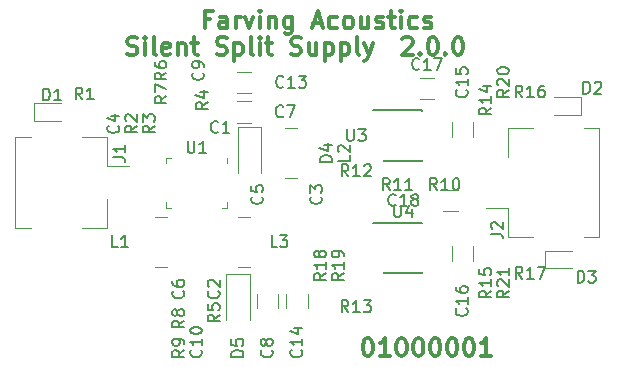
<source format=gbr>
G04 #@! TF.GenerationSoftware,KiCad,Pcbnew,(5.0.1)-rc2*
G04 #@! TF.CreationDate,2019-04-27T23:34:42+02:00*
G04 #@! TF.ProjectId,Noiseless Switching Supply,4E6F6973656C65737320537769746368,rev?*
G04 #@! TF.SameCoordinates,Original*
G04 #@! TF.FileFunction,Legend,Top*
G04 #@! TF.FilePolarity,Positive*
%FSLAX46Y46*%
G04 Gerber Fmt 4.6, Leading zero omitted, Abs format (unit mm)*
G04 Created by KiCad (PCBNEW (5.0.1)-rc2) date 27-04-2019 23:34:42*
%MOMM*%
%LPD*%
G01*
G04 APERTURE LIST*
%ADD10C,0.300000*%
%ADD11C,0.120000*%
%ADD12C,0.150000*%
G04 APERTURE END LIST*
D10*
X156928571Y-92821428D02*
X157000000Y-92750000D01*
X157142857Y-92678571D01*
X157500000Y-92678571D01*
X157642857Y-92750000D01*
X157714285Y-92821428D01*
X157785714Y-92964285D01*
X157785714Y-93107142D01*
X157714285Y-93321428D01*
X156857142Y-94178571D01*
X157785714Y-94178571D01*
X158428571Y-94035714D02*
X158500000Y-94107142D01*
X158428571Y-94178571D01*
X158357142Y-94107142D01*
X158428571Y-94035714D01*
X158428571Y-94178571D01*
X159428571Y-92678571D02*
X159571428Y-92678571D01*
X159714285Y-92750000D01*
X159785714Y-92821428D01*
X159857142Y-92964285D01*
X159928571Y-93250000D01*
X159928571Y-93607142D01*
X159857142Y-93892857D01*
X159785714Y-94035714D01*
X159714285Y-94107142D01*
X159571428Y-94178571D01*
X159428571Y-94178571D01*
X159285714Y-94107142D01*
X159214285Y-94035714D01*
X159142857Y-93892857D01*
X159071428Y-93607142D01*
X159071428Y-93250000D01*
X159142857Y-92964285D01*
X159214285Y-92821428D01*
X159285714Y-92750000D01*
X159428571Y-92678571D01*
X160571428Y-94035714D02*
X160642857Y-94107142D01*
X160571428Y-94178571D01*
X160500000Y-94107142D01*
X160571428Y-94035714D01*
X160571428Y-94178571D01*
X161571428Y-92678571D02*
X161714285Y-92678571D01*
X161857142Y-92750000D01*
X161928571Y-92821428D01*
X162000000Y-92964285D01*
X162071428Y-93250000D01*
X162071428Y-93607142D01*
X162000000Y-93892857D01*
X161928571Y-94035714D01*
X161857142Y-94107142D01*
X161714285Y-94178571D01*
X161571428Y-94178571D01*
X161428571Y-94107142D01*
X161357142Y-94035714D01*
X161285714Y-93892857D01*
X161214285Y-93607142D01*
X161214285Y-93250000D01*
X161285714Y-92964285D01*
X161357142Y-92821428D01*
X161428571Y-92750000D01*
X161571428Y-92678571D01*
X153928571Y-118178571D02*
X154071428Y-118178571D01*
X154214285Y-118250000D01*
X154285714Y-118321428D01*
X154357142Y-118464285D01*
X154428571Y-118750000D01*
X154428571Y-119107142D01*
X154357142Y-119392857D01*
X154285714Y-119535714D01*
X154214285Y-119607142D01*
X154071428Y-119678571D01*
X153928571Y-119678571D01*
X153785714Y-119607142D01*
X153714285Y-119535714D01*
X153642857Y-119392857D01*
X153571428Y-119107142D01*
X153571428Y-118750000D01*
X153642857Y-118464285D01*
X153714285Y-118321428D01*
X153785714Y-118250000D01*
X153928571Y-118178571D01*
X155857142Y-119678571D02*
X155000000Y-119678571D01*
X155428571Y-119678571D02*
X155428571Y-118178571D01*
X155285714Y-118392857D01*
X155142857Y-118535714D01*
X155000000Y-118607142D01*
X156785714Y-118178571D02*
X156928571Y-118178571D01*
X157071428Y-118250000D01*
X157142857Y-118321428D01*
X157214285Y-118464285D01*
X157285714Y-118750000D01*
X157285714Y-119107142D01*
X157214285Y-119392857D01*
X157142857Y-119535714D01*
X157071428Y-119607142D01*
X156928571Y-119678571D01*
X156785714Y-119678571D01*
X156642857Y-119607142D01*
X156571428Y-119535714D01*
X156500000Y-119392857D01*
X156428571Y-119107142D01*
X156428571Y-118750000D01*
X156500000Y-118464285D01*
X156571428Y-118321428D01*
X156642857Y-118250000D01*
X156785714Y-118178571D01*
X158214285Y-118178571D02*
X158357142Y-118178571D01*
X158500000Y-118250000D01*
X158571428Y-118321428D01*
X158642857Y-118464285D01*
X158714285Y-118750000D01*
X158714285Y-119107142D01*
X158642857Y-119392857D01*
X158571428Y-119535714D01*
X158500000Y-119607142D01*
X158357142Y-119678571D01*
X158214285Y-119678571D01*
X158071428Y-119607142D01*
X158000000Y-119535714D01*
X157928571Y-119392857D01*
X157857142Y-119107142D01*
X157857142Y-118750000D01*
X157928571Y-118464285D01*
X158000000Y-118321428D01*
X158071428Y-118250000D01*
X158214285Y-118178571D01*
X159642857Y-118178571D02*
X159785714Y-118178571D01*
X159928571Y-118250000D01*
X160000000Y-118321428D01*
X160071428Y-118464285D01*
X160142857Y-118750000D01*
X160142857Y-119107142D01*
X160071428Y-119392857D01*
X160000000Y-119535714D01*
X159928571Y-119607142D01*
X159785714Y-119678571D01*
X159642857Y-119678571D01*
X159500000Y-119607142D01*
X159428571Y-119535714D01*
X159357142Y-119392857D01*
X159285714Y-119107142D01*
X159285714Y-118750000D01*
X159357142Y-118464285D01*
X159428571Y-118321428D01*
X159500000Y-118250000D01*
X159642857Y-118178571D01*
X161071428Y-118178571D02*
X161214285Y-118178571D01*
X161357142Y-118250000D01*
X161428571Y-118321428D01*
X161500000Y-118464285D01*
X161571428Y-118750000D01*
X161571428Y-119107142D01*
X161500000Y-119392857D01*
X161428571Y-119535714D01*
X161357142Y-119607142D01*
X161214285Y-119678571D01*
X161071428Y-119678571D01*
X160928571Y-119607142D01*
X160857142Y-119535714D01*
X160785714Y-119392857D01*
X160714285Y-119107142D01*
X160714285Y-118750000D01*
X160785714Y-118464285D01*
X160857142Y-118321428D01*
X160928571Y-118250000D01*
X161071428Y-118178571D01*
X162500000Y-118178571D02*
X162642857Y-118178571D01*
X162785714Y-118250000D01*
X162857142Y-118321428D01*
X162928571Y-118464285D01*
X163000000Y-118750000D01*
X163000000Y-119107142D01*
X162928571Y-119392857D01*
X162857142Y-119535714D01*
X162785714Y-119607142D01*
X162642857Y-119678571D01*
X162500000Y-119678571D01*
X162357142Y-119607142D01*
X162285714Y-119535714D01*
X162214285Y-119392857D01*
X162142857Y-119107142D01*
X162142857Y-118750000D01*
X162214285Y-118464285D01*
X162285714Y-118321428D01*
X162357142Y-118250000D01*
X162500000Y-118178571D01*
X164428571Y-119678571D02*
X163571428Y-119678571D01*
X164000000Y-119678571D02*
X164000000Y-118178571D01*
X163857142Y-118392857D01*
X163714285Y-118535714D01*
X163571428Y-118607142D01*
X133642857Y-94107142D02*
X133857142Y-94178571D01*
X134214285Y-94178571D01*
X134357142Y-94107142D01*
X134428571Y-94035714D01*
X134500000Y-93892857D01*
X134500000Y-93750000D01*
X134428571Y-93607142D01*
X134357142Y-93535714D01*
X134214285Y-93464285D01*
X133928571Y-93392857D01*
X133785714Y-93321428D01*
X133714285Y-93250000D01*
X133642857Y-93107142D01*
X133642857Y-92964285D01*
X133714285Y-92821428D01*
X133785714Y-92750000D01*
X133928571Y-92678571D01*
X134285714Y-92678571D01*
X134500000Y-92750000D01*
X135142857Y-94178571D02*
X135142857Y-93178571D01*
X135142857Y-92678571D02*
X135071428Y-92750000D01*
X135142857Y-92821428D01*
X135214285Y-92750000D01*
X135142857Y-92678571D01*
X135142857Y-92821428D01*
X136071428Y-94178571D02*
X135928571Y-94107142D01*
X135857142Y-93964285D01*
X135857142Y-92678571D01*
X137214285Y-94107142D02*
X137071428Y-94178571D01*
X136785714Y-94178571D01*
X136642857Y-94107142D01*
X136571428Y-93964285D01*
X136571428Y-93392857D01*
X136642857Y-93250000D01*
X136785714Y-93178571D01*
X137071428Y-93178571D01*
X137214285Y-93250000D01*
X137285714Y-93392857D01*
X137285714Y-93535714D01*
X136571428Y-93678571D01*
X137928571Y-93178571D02*
X137928571Y-94178571D01*
X137928571Y-93321428D02*
X138000000Y-93250000D01*
X138142857Y-93178571D01*
X138357142Y-93178571D01*
X138500000Y-93250000D01*
X138571428Y-93392857D01*
X138571428Y-94178571D01*
X139071428Y-93178571D02*
X139642857Y-93178571D01*
X139285714Y-92678571D02*
X139285714Y-93964285D01*
X139357142Y-94107142D01*
X139500000Y-94178571D01*
X139642857Y-94178571D01*
X141214285Y-94107142D02*
X141428571Y-94178571D01*
X141785714Y-94178571D01*
X141928571Y-94107142D01*
X142000000Y-94035714D01*
X142071428Y-93892857D01*
X142071428Y-93750000D01*
X142000000Y-93607142D01*
X141928571Y-93535714D01*
X141785714Y-93464285D01*
X141500000Y-93392857D01*
X141357142Y-93321428D01*
X141285714Y-93250000D01*
X141214285Y-93107142D01*
X141214285Y-92964285D01*
X141285714Y-92821428D01*
X141357142Y-92750000D01*
X141500000Y-92678571D01*
X141857142Y-92678571D01*
X142071428Y-92750000D01*
X142714285Y-93178571D02*
X142714285Y-94678571D01*
X142714285Y-93250000D02*
X142857142Y-93178571D01*
X143142857Y-93178571D01*
X143285714Y-93250000D01*
X143357142Y-93321428D01*
X143428571Y-93464285D01*
X143428571Y-93892857D01*
X143357142Y-94035714D01*
X143285714Y-94107142D01*
X143142857Y-94178571D01*
X142857142Y-94178571D01*
X142714285Y-94107142D01*
X144285714Y-94178571D02*
X144142857Y-94107142D01*
X144071428Y-93964285D01*
X144071428Y-92678571D01*
X144857142Y-94178571D02*
X144857142Y-93178571D01*
X144857142Y-92678571D02*
X144785714Y-92750000D01*
X144857142Y-92821428D01*
X144928571Y-92750000D01*
X144857142Y-92678571D01*
X144857142Y-92821428D01*
X145357142Y-93178571D02*
X145928571Y-93178571D01*
X145571428Y-92678571D02*
X145571428Y-93964285D01*
X145642857Y-94107142D01*
X145785714Y-94178571D01*
X145928571Y-94178571D01*
X147500000Y-94107142D02*
X147714285Y-94178571D01*
X148071428Y-94178571D01*
X148214285Y-94107142D01*
X148285714Y-94035714D01*
X148357142Y-93892857D01*
X148357142Y-93750000D01*
X148285714Y-93607142D01*
X148214285Y-93535714D01*
X148071428Y-93464285D01*
X147785714Y-93392857D01*
X147642857Y-93321428D01*
X147571428Y-93250000D01*
X147500000Y-93107142D01*
X147500000Y-92964285D01*
X147571428Y-92821428D01*
X147642857Y-92750000D01*
X147785714Y-92678571D01*
X148142857Y-92678571D01*
X148357142Y-92750000D01*
X149642857Y-93178571D02*
X149642857Y-94178571D01*
X149000000Y-93178571D02*
X149000000Y-93964285D01*
X149071428Y-94107142D01*
X149214285Y-94178571D01*
X149428571Y-94178571D01*
X149571428Y-94107142D01*
X149642857Y-94035714D01*
X150357142Y-93178571D02*
X150357142Y-94678571D01*
X150357142Y-93250000D02*
X150500000Y-93178571D01*
X150785714Y-93178571D01*
X150928571Y-93250000D01*
X151000000Y-93321428D01*
X151071428Y-93464285D01*
X151071428Y-93892857D01*
X151000000Y-94035714D01*
X150928571Y-94107142D01*
X150785714Y-94178571D01*
X150500000Y-94178571D01*
X150357142Y-94107142D01*
X151714285Y-93178571D02*
X151714285Y-94678571D01*
X151714285Y-93250000D02*
X151857142Y-93178571D01*
X152142857Y-93178571D01*
X152285714Y-93250000D01*
X152357142Y-93321428D01*
X152428571Y-93464285D01*
X152428571Y-93892857D01*
X152357142Y-94035714D01*
X152285714Y-94107142D01*
X152142857Y-94178571D01*
X151857142Y-94178571D01*
X151714285Y-94107142D01*
X153285714Y-94178571D02*
X153142857Y-94107142D01*
X153071428Y-93964285D01*
X153071428Y-92678571D01*
X153714285Y-93178571D02*
X154071428Y-94178571D01*
X154428571Y-93178571D02*
X154071428Y-94178571D01*
X153928571Y-94535714D01*
X153857142Y-94607142D01*
X153714285Y-94678571D01*
X140678571Y-91142857D02*
X140178571Y-91142857D01*
X140178571Y-91928571D02*
X140178571Y-90428571D01*
X140892857Y-90428571D01*
X142107142Y-91928571D02*
X142107142Y-91142857D01*
X142035714Y-91000000D01*
X141892857Y-90928571D01*
X141607142Y-90928571D01*
X141464285Y-91000000D01*
X142107142Y-91857142D02*
X141964285Y-91928571D01*
X141607142Y-91928571D01*
X141464285Y-91857142D01*
X141392857Y-91714285D01*
X141392857Y-91571428D01*
X141464285Y-91428571D01*
X141607142Y-91357142D01*
X141964285Y-91357142D01*
X142107142Y-91285714D01*
X142821428Y-91928571D02*
X142821428Y-90928571D01*
X142821428Y-91214285D02*
X142892857Y-91071428D01*
X142964285Y-91000000D01*
X143107142Y-90928571D01*
X143250000Y-90928571D01*
X143607142Y-90928571D02*
X143964285Y-91928571D01*
X144321428Y-90928571D01*
X144892857Y-91928571D02*
X144892857Y-90928571D01*
X144892857Y-90428571D02*
X144821428Y-90500000D01*
X144892857Y-90571428D01*
X144964285Y-90500000D01*
X144892857Y-90428571D01*
X144892857Y-90571428D01*
X145607142Y-90928571D02*
X145607142Y-91928571D01*
X145607142Y-91071428D02*
X145678571Y-91000000D01*
X145821428Y-90928571D01*
X146035714Y-90928571D01*
X146178571Y-91000000D01*
X146250000Y-91142857D01*
X146250000Y-91928571D01*
X147607142Y-90928571D02*
X147607142Y-92142857D01*
X147535714Y-92285714D01*
X147464285Y-92357142D01*
X147321428Y-92428571D01*
X147107142Y-92428571D01*
X146964285Y-92357142D01*
X147607142Y-91857142D02*
X147464285Y-91928571D01*
X147178571Y-91928571D01*
X147035714Y-91857142D01*
X146964285Y-91785714D01*
X146892857Y-91642857D01*
X146892857Y-91214285D01*
X146964285Y-91071428D01*
X147035714Y-91000000D01*
X147178571Y-90928571D01*
X147464285Y-90928571D01*
X147607142Y-91000000D01*
X149392857Y-91500000D02*
X150107142Y-91500000D01*
X149250000Y-91928571D02*
X149750000Y-90428571D01*
X150250000Y-91928571D01*
X151392857Y-91857142D02*
X151250000Y-91928571D01*
X150964285Y-91928571D01*
X150821428Y-91857142D01*
X150750000Y-91785714D01*
X150678571Y-91642857D01*
X150678571Y-91214285D01*
X150750000Y-91071428D01*
X150821428Y-91000000D01*
X150964285Y-90928571D01*
X151250000Y-90928571D01*
X151392857Y-91000000D01*
X152250000Y-91928571D02*
X152107142Y-91857142D01*
X152035714Y-91785714D01*
X151964285Y-91642857D01*
X151964285Y-91214285D01*
X152035714Y-91071428D01*
X152107142Y-91000000D01*
X152250000Y-90928571D01*
X152464285Y-90928571D01*
X152607142Y-91000000D01*
X152678571Y-91071428D01*
X152750000Y-91214285D01*
X152750000Y-91642857D01*
X152678571Y-91785714D01*
X152607142Y-91857142D01*
X152464285Y-91928571D01*
X152250000Y-91928571D01*
X154035714Y-90928571D02*
X154035714Y-91928571D01*
X153392857Y-90928571D02*
X153392857Y-91714285D01*
X153464285Y-91857142D01*
X153607142Y-91928571D01*
X153821428Y-91928571D01*
X153964285Y-91857142D01*
X154035714Y-91785714D01*
X154678571Y-91857142D02*
X154821428Y-91928571D01*
X155107142Y-91928571D01*
X155250000Y-91857142D01*
X155321428Y-91714285D01*
X155321428Y-91642857D01*
X155250000Y-91500000D01*
X155107142Y-91428571D01*
X154892857Y-91428571D01*
X154750000Y-91357142D01*
X154678571Y-91214285D01*
X154678571Y-91142857D01*
X154750000Y-91000000D01*
X154892857Y-90928571D01*
X155107142Y-90928571D01*
X155250000Y-91000000D01*
X155750000Y-90928571D02*
X156321428Y-90928571D01*
X155964285Y-90428571D02*
X155964285Y-91714285D01*
X156035714Y-91857142D01*
X156178571Y-91928571D01*
X156321428Y-91928571D01*
X156821428Y-91928571D02*
X156821428Y-90928571D01*
X156821428Y-90428571D02*
X156750000Y-90500000D01*
X156821428Y-90571428D01*
X156892857Y-90500000D01*
X156821428Y-90428571D01*
X156821428Y-90571428D01*
X158178571Y-91857142D02*
X158035714Y-91928571D01*
X157750000Y-91928571D01*
X157607142Y-91857142D01*
X157535714Y-91785714D01*
X157464285Y-91642857D01*
X157464285Y-91214285D01*
X157535714Y-91071428D01*
X157607142Y-91000000D01*
X157750000Y-90928571D01*
X158035714Y-90928571D01*
X158178571Y-91000000D01*
X158750000Y-91857142D02*
X158892857Y-91928571D01*
X159178571Y-91928571D01*
X159321428Y-91857142D01*
X159392857Y-91714285D01*
X159392857Y-91642857D01*
X159321428Y-91500000D01*
X159178571Y-91428571D01*
X158964285Y-91428571D01*
X158821428Y-91357142D01*
X158750000Y-91214285D01*
X158750000Y-91142857D01*
X158821428Y-91000000D01*
X158964285Y-90928571D01*
X159178571Y-90928571D01*
X159321428Y-91000000D01*
D11*
G04 #@! TO.C,D4*
X145000000Y-100250000D02*
X143000000Y-100250000D01*
X143000000Y-100250000D02*
X143000000Y-104150000D01*
X145000000Y-100250000D02*
X145000000Y-104150000D01*
G04 #@! TO.C,L3*
X143005000Y-112100000D02*
X143995000Y-112100000D01*
X143005000Y-107900000D02*
X143995000Y-107900000D01*
G04 #@! TO.C,D5*
X144000000Y-112750000D02*
X144000000Y-116650000D01*
X142000000Y-112750000D02*
X142000000Y-116650000D01*
X144000000Y-112750000D02*
X142000000Y-112750000D01*
G04 #@! TO.C,J1*
X129785000Y-101140000D02*
X131885000Y-101140000D01*
X131885000Y-101140000D02*
X131885000Y-103590000D01*
X131885000Y-103590000D02*
X133775000Y-103590000D01*
X129785000Y-108860000D02*
X131885000Y-108860000D01*
X131885000Y-108860000D02*
X131885000Y-106410000D01*
X125465000Y-101140000D02*
X124165000Y-101140000D01*
X124165000Y-101140000D02*
X124165000Y-108860000D01*
X124165000Y-108860000D02*
X125465000Y-108860000D01*
G04 #@! TO.C,D1*
X125765000Y-99735000D02*
X128050000Y-99735000D01*
X125765000Y-98265000D02*
X125765000Y-99735000D01*
X128050000Y-98265000D02*
X125765000Y-98265000D01*
G04 #@! TO.C,D2*
X169737500Y-99235000D02*
X172022500Y-99235000D01*
X172022500Y-99235000D02*
X172022500Y-97765000D01*
X172022500Y-97765000D02*
X169737500Y-97765000D01*
G04 #@! TO.C,D3*
X171300000Y-110765000D02*
X169015000Y-110765000D01*
X169015000Y-110765000D02*
X169015000Y-112235000D01*
X169015000Y-112235000D02*
X171300000Y-112235000D01*
G04 #@! TO.C,J2*
X173585000Y-100390000D02*
X172285000Y-100390000D01*
X173585000Y-109610000D02*
X173585000Y-100390000D01*
X172285000Y-109610000D02*
X173585000Y-109610000D01*
X165865000Y-100390000D02*
X165865000Y-102840000D01*
X167965000Y-100390000D02*
X165865000Y-100390000D01*
X165865000Y-107160000D02*
X163975000Y-107160000D01*
X165865000Y-109610000D02*
X165865000Y-107160000D01*
X167965000Y-109610000D02*
X165865000Y-109610000D01*
D12*
G04 #@! TO.C,U3*
X155375000Y-98875000D02*
X154450000Y-98875000D01*
X155375000Y-103125000D02*
X158625000Y-103125000D01*
X155375000Y-98875000D02*
X158625000Y-98875000D01*
X155375000Y-103125000D02*
X155375000Y-103060000D01*
X158625000Y-103125000D02*
X158625000Y-103060000D01*
X158625000Y-98875000D02*
X158625000Y-98940000D01*
G04 #@! TO.C,U4*
X158625000Y-108375000D02*
X158625000Y-108440000D01*
X158625000Y-112625000D02*
X158625000Y-112560000D01*
X155375000Y-112625000D02*
X155375000Y-112560000D01*
X155375000Y-108375000D02*
X158625000Y-108375000D01*
X155375000Y-112625000D02*
X158625000Y-112625000D01*
X155375000Y-108375000D02*
X154450000Y-108375000D01*
D11*
G04 #@! TO.C,L2*
X147995000Y-104600000D02*
X147005000Y-104600000D01*
X147995000Y-100400000D02*
X147005000Y-100400000D01*
G04 #@! TO.C,U1*
X142110000Y-106635000D02*
X142110000Y-107110000D01*
X142110000Y-107110000D02*
X141635000Y-107110000D01*
X136890000Y-103365000D02*
X136890000Y-102890000D01*
X136890000Y-102890000D02*
X137365000Y-102890000D01*
X136890000Y-106635000D02*
X136890000Y-107110000D01*
X136890000Y-107110000D02*
X137365000Y-107110000D01*
X142110000Y-103365000D02*
X142110000Y-102890000D01*
G04 #@! TO.C,L1*
X136005000Y-107900000D02*
X136995000Y-107900000D01*
X136005000Y-112100000D02*
X136995000Y-112100000D01*
G04 #@! TO.C,C7*
X144102064Y-98090000D02*
X142897936Y-98090000D01*
X144102064Y-99910000D02*
X142897936Y-99910000D01*
G04 #@! TO.C,C8*
X146410000Y-114397936D02*
X146410000Y-115602064D01*
X144590000Y-114397936D02*
X144590000Y-115602064D01*
G04 #@! TO.C,C13*
X144102064Y-97410000D02*
X142897936Y-97410000D01*
X144102064Y-95590000D02*
X142897936Y-95590000D01*
G04 #@! TO.C,C14*
X147090000Y-114397936D02*
X147090000Y-115602064D01*
X148910000Y-114397936D02*
X148910000Y-115602064D01*
G04 #@! TO.C,C15*
X162910000Y-101102064D02*
X162910000Y-99897936D01*
X161090000Y-101102064D02*
X161090000Y-99897936D01*
G04 #@! TO.C,C16*
X162910000Y-110397936D02*
X162910000Y-111602064D01*
X161090000Y-110397936D02*
X161090000Y-111602064D01*
G04 #@! TO.C,C17*
X159602064Y-97910000D02*
X158397936Y-97910000D01*
X159602064Y-96090000D02*
X158397936Y-96090000D01*
G04 #@! TO.C,C18*
X161602064Y-105590000D02*
X160397936Y-105590000D01*
X161602064Y-107410000D02*
X160397936Y-107410000D01*
G04 #@! TO.C,D4*
D12*
X150952380Y-103238095D02*
X149952380Y-103238095D01*
X149952380Y-103000000D01*
X150000000Y-102857142D01*
X150095238Y-102761904D01*
X150190476Y-102714285D01*
X150380952Y-102666666D01*
X150523809Y-102666666D01*
X150714285Y-102714285D01*
X150809523Y-102761904D01*
X150904761Y-102857142D01*
X150952380Y-103000000D01*
X150952380Y-103238095D01*
X150285714Y-101809523D02*
X150952380Y-101809523D01*
X149904761Y-102047619D02*
X150619047Y-102285714D01*
X150619047Y-101666666D01*
G04 #@! TO.C,L3*
X146333333Y-110452380D02*
X145857142Y-110452380D01*
X145857142Y-109452380D01*
X146571428Y-109452380D02*
X147190476Y-109452380D01*
X146857142Y-109833333D01*
X147000000Y-109833333D01*
X147095238Y-109880952D01*
X147142857Y-109928571D01*
X147190476Y-110023809D01*
X147190476Y-110261904D01*
X147142857Y-110357142D01*
X147095238Y-110404761D01*
X147000000Y-110452380D01*
X146714285Y-110452380D01*
X146619047Y-110404761D01*
X146571428Y-110357142D01*
G04 #@! TO.C,D5*
X143452380Y-119738095D02*
X142452380Y-119738095D01*
X142452380Y-119500000D01*
X142500000Y-119357142D01*
X142595238Y-119261904D01*
X142690476Y-119214285D01*
X142880952Y-119166666D01*
X143023809Y-119166666D01*
X143214285Y-119214285D01*
X143309523Y-119261904D01*
X143404761Y-119357142D01*
X143452380Y-119500000D01*
X143452380Y-119738095D01*
X142452380Y-118261904D02*
X142452380Y-118738095D01*
X142928571Y-118785714D01*
X142880952Y-118738095D01*
X142833333Y-118642857D01*
X142833333Y-118404761D01*
X142880952Y-118309523D01*
X142928571Y-118261904D01*
X143023809Y-118214285D01*
X143261904Y-118214285D01*
X143357142Y-118261904D01*
X143404761Y-118309523D01*
X143452380Y-118404761D01*
X143452380Y-118642857D01*
X143404761Y-118738095D01*
X143357142Y-118785714D01*
G04 #@! TO.C,J1*
X132452380Y-102833333D02*
X133166666Y-102833333D01*
X133309523Y-102880952D01*
X133404761Y-102976190D01*
X133452380Y-103119047D01*
X133452380Y-103214285D01*
X133452380Y-101833333D02*
X133452380Y-102404761D01*
X133452380Y-102119047D02*
X132452380Y-102119047D01*
X132595238Y-102214285D01*
X132690476Y-102309523D01*
X132738095Y-102404761D01*
G04 #@! TO.C,D1*
X126511904Y-98022380D02*
X126511904Y-97022380D01*
X126750000Y-97022380D01*
X126892857Y-97070000D01*
X126988095Y-97165238D01*
X127035714Y-97260476D01*
X127083333Y-97450952D01*
X127083333Y-97593809D01*
X127035714Y-97784285D01*
X126988095Y-97879523D01*
X126892857Y-97974761D01*
X126750000Y-98022380D01*
X126511904Y-98022380D01*
X128035714Y-98022380D02*
X127464285Y-98022380D01*
X127750000Y-98022380D02*
X127750000Y-97022380D01*
X127654761Y-97165238D01*
X127559523Y-97260476D01*
X127464285Y-97308095D01*
G04 #@! TO.C,D2*
X172261904Y-97452380D02*
X172261904Y-96452380D01*
X172500000Y-96452380D01*
X172642857Y-96500000D01*
X172738095Y-96595238D01*
X172785714Y-96690476D01*
X172833333Y-96880952D01*
X172833333Y-97023809D01*
X172785714Y-97214285D01*
X172738095Y-97309523D01*
X172642857Y-97404761D01*
X172500000Y-97452380D01*
X172261904Y-97452380D01*
X173214285Y-96547619D02*
X173261904Y-96500000D01*
X173357142Y-96452380D01*
X173595238Y-96452380D01*
X173690476Y-96500000D01*
X173738095Y-96547619D01*
X173785714Y-96642857D01*
X173785714Y-96738095D01*
X173738095Y-96880952D01*
X173166666Y-97452380D01*
X173785714Y-97452380D01*
G04 #@! TO.C,D3*
X171761904Y-113452380D02*
X171761904Y-112452380D01*
X172000000Y-112452380D01*
X172142857Y-112500000D01*
X172238095Y-112595238D01*
X172285714Y-112690476D01*
X172333333Y-112880952D01*
X172333333Y-113023809D01*
X172285714Y-113214285D01*
X172238095Y-113309523D01*
X172142857Y-113404761D01*
X172000000Y-113452380D01*
X171761904Y-113452380D01*
X172666666Y-112452380D02*
X173285714Y-112452380D01*
X172952380Y-112833333D01*
X173095238Y-112833333D01*
X173190476Y-112880952D01*
X173238095Y-112928571D01*
X173285714Y-113023809D01*
X173285714Y-113261904D01*
X173238095Y-113357142D01*
X173190476Y-113404761D01*
X173095238Y-113452380D01*
X172809523Y-113452380D01*
X172714285Y-113404761D01*
X172666666Y-113357142D01*
G04 #@! TO.C,J2*
X164452380Y-109333333D02*
X165166666Y-109333333D01*
X165309523Y-109380952D01*
X165404761Y-109476190D01*
X165452380Y-109619047D01*
X165452380Y-109714285D01*
X164547619Y-108904761D02*
X164500000Y-108857142D01*
X164452380Y-108761904D01*
X164452380Y-108523809D01*
X164500000Y-108428571D01*
X164547619Y-108380952D01*
X164642857Y-108333333D01*
X164738095Y-108333333D01*
X164880952Y-108380952D01*
X165452380Y-108952380D01*
X165452380Y-108333333D01*
G04 #@! TO.C,R1*
X129833333Y-97952380D02*
X129500000Y-97476190D01*
X129261904Y-97952380D02*
X129261904Y-96952380D01*
X129642857Y-96952380D01*
X129738095Y-97000000D01*
X129785714Y-97047619D01*
X129833333Y-97142857D01*
X129833333Y-97285714D01*
X129785714Y-97380952D01*
X129738095Y-97428571D01*
X129642857Y-97476190D01*
X129261904Y-97476190D01*
X130785714Y-97952380D02*
X130214285Y-97952380D01*
X130500000Y-97952380D02*
X130500000Y-96952380D01*
X130404761Y-97095238D01*
X130309523Y-97190476D01*
X130214285Y-97238095D01*
G04 #@! TO.C,R2*
X134452380Y-100166666D02*
X133976190Y-100500000D01*
X134452380Y-100738095D02*
X133452380Y-100738095D01*
X133452380Y-100357142D01*
X133500000Y-100261904D01*
X133547619Y-100214285D01*
X133642857Y-100166666D01*
X133785714Y-100166666D01*
X133880952Y-100214285D01*
X133928571Y-100261904D01*
X133976190Y-100357142D01*
X133976190Y-100738095D01*
X133547619Y-99785714D02*
X133500000Y-99738095D01*
X133452380Y-99642857D01*
X133452380Y-99404761D01*
X133500000Y-99309523D01*
X133547619Y-99261904D01*
X133642857Y-99214285D01*
X133738095Y-99214285D01*
X133880952Y-99261904D01*
X134452380Y-99833333D01*
X134452380Y-99214285D01*
G04 #@! TO.C,R3*
X135952380Y-100166666D02*
X135476190Y-100500000D01*
X135952380Y-100738095D02*
X134952380Y-100738095D01*
X134952380Y-100357142D01*
X135000000Y-100261904D01*
X135047619Y-100214285D01*
X135142857Y-100166666D01*
X135285714Y-100166666D01*
X135380952Y-100214285D01*
X135428571Y-100261904D01*
X135476190Y-100357142D01*
X135476190Y-100738095D01*
X134952380Y-99833333D02*
X134952380Y-99214285D01*
X135333333Y-99547619D01*
X135333333Y-99404761D01*
X135380952Y-99309523D01*
X135428571Y-99261904D01*
X135523809Y-99214285D01*
X135761904Y-99214285D01*
X135857142Y-99261904D01*
X135904761Y-99309523D01*
X135952380Y-99404761D01*
X135952380Y-99690476D01*
X135904761Y-99785714D01*
X135857142Y-99833333D01*
G04 #@! TO.C,R4*
X140452380Y-98166666D02*
X139976190Y-98500000D01*
X140452380Y-98738095D02*
X139452380Y-98738095D01*
X139452380Y-98357142D01*
X139500000Y-98261904D01*
X139547619Y-98214285D01*
X139642857Y-98166666D01*
X139785714Y-98166666D01*
X139880952Y-98214285D01*
X139928571Y-98261904D01*
X139976190Y-98357142D01*
X139976190Y-98738095D01*
X139785714Y-97309523D02*
X140452380Y-97309523D01*
X139404761Y-97547619D02*
X140119047Y-97785714D01*
X140119047Y-97166666D01*
G04 #@! TO.C,R5*
X141452380Y-116166666D02*
X140976190Y-116500000D01*
X141452380Y-116738095D02*
X140452380Y-116738095D01*
X140452380Y-116357142D01*
X140500000Y-116261904D01*
X140547619Y-116214285D01*
X140642857Y-116166666D01*
X140785714Y-116166666D01*
X140880952Y-116214285D01*
X140928571Y-116261904D01*
X140976190Y-116357142D01*
X140976190Y-116738095D01*
X140452380Y-115261904D02*
X140452380Y-115738095D01*
X140928571Y-115785714D01*
X140880952Y-115738095D01*
X140833333Y-115642857D01*
X140833333Y-115404761D01*
X140880952Y-115309523D01*
X140928571Y-115261904D01*
X141023809Y-115214285D01*
X141261904Y-115214285D01*
X141357142Y-115261904D01*
X141404761Y-115309523D01*
X141452380Y-115404761D01*
X141452380Y-115642857D01*
X141404761Y-115738095D01*
X141357142Y-115785714D01*
G04 #@! TO.C,R6*
X136952380Y-95666666D02*
X136476190Y-96000000D01*
X136952380Y-96238095D02*
X135952380Y-96238095D01*
X135952380Y-95857142D01*
X136000000Y-95761904D01*
X136047619Y-95714285D01*
X136142857Y-95666666D01*
X136285714Y-95666666D01*
X136380952Y-95714285D01*
X136428571Y-95761904D01*
X136476190Y-95857142D01*
X136476190Y-96238095D01*
X135952380Y-94809523D02*
X135952380Y-95000000D01*
X136000000Y-95095238D01*
X136047619Y-95142857D01*
X136190476Y-95238095D01*
X136380952Y-95285714D01*
X136761904Y-95285714D01*
X136857142Y-95238095D01*
X136904761Y-95190476D01*
X136952380Y-95095238D01*
X136952380Y-94904761D01*
X136904761Y-94809523D01*
X136857142Y-94761904D01*
X136761904Y-94714285D01*
X136523809Y-94714285D01*
X136428571Y-94761904D01*
X136380952Y-94809523D01*
X136333333Y-94904761D01*
X136333333Y-95095238D01*
X136380952Y-95190476D01*
X136428571Y-95238095D01*
X136523809Y-95285714D01*
G04 #@! TO.C,R7*
X136952380Y-97666666D02*
X136476190Y-98000000D01*
X136952380Y-98238095D02*
X135952380Y-98238095D01*
X135952380Y-97857142D01*
X136000000Y-97761904D01*
X136047619Y-97714285D01*
X136142857Y-97666666D01*
X136285714Y-97666666D01*
X136380952Y-97714285D01*
X136428571Y-97761904D01*
X136476190Y-97857142D01*
X136476190Y-98238095D01*
X135952380Y-97333333D02*
X135952380Y-96666666D01*
X136952380Y-97095238D01*
G04 #@! TO.C,R8*
X138452380Y-116666666D02*
X137976190Y-117000000D01*
X138452380Y-117238095D02*
X137452380Y-117238095D01*
X137452380Y-116857142D01*
X137500000Y-116761904D01*
X137547619Y-116714285D01*
X137642857Y-116666666D01*
X137785714Y-116666666D01*
X137880952Y-116714285D01*
X137928571Y-116761904D01*
X137976190Y-116857142D01*
X137976190Y-117238095D01*
X137880952Y-116095238D02*
X137833333Y-116190476D01*
X137785714Y-116238095D01*
X137690476Y-116285714D01*
X137642857Y-116285714D01*
X137547619Y-116238095D01*
X137500000Y-116190476D01*
X137452380Y-116095238D01*
X137452380Y-115904761D01*
X137500000Y-115809523D01*
X137547619Y-115761904D01*
X137642857Y-115714285D01*
X137690476Y-115714285D01*
X137785714Y-115761904D01*
X137833333Y-115809523D01*
X137880952Y-115904761D01*
X137880952Y-116095238D01*
X137928571Y-116190476D01*
X137976190Y-116238095D01*
X138071428Y-116285714D01*
X138261904Y-116285714D01*
X138357142Y-116238095D01*
X138404761Y-116190476D01*
X138452380Y-116095238D01*
X138452380Y-115904761D01*
X138404761Y-115809523D01*
X138357142Y-115761904D01*
X138261904Y-115714285D01*
X138071428Y-115714285D01*
X137976190Y-115761904D01*
X137928571Y-115809523D01*
X137880952Y-115904761D01*
G04 #@! TO.C,R9*
X138452380Y-119166666D02*
X137976190Y-119500000D01*
X138452380Y-119738095D02*
X137452380Y-119738095D01*
X137452380Y-119357142D01*
X137500000Y-119261904D01*
X137547619Y-119214285D01*
X137642857Y-119166666D01*
X137785714Y-119166666D01*
X137880952Y-119214285D01*
X137928571Y-119261904D01*
X137976190Y-119357142D01*
X137976190Y-119738095D01*
X138452380Y-118690476D02*
X138452380Y-118500000D01*
X138404761Y-118404761D01*
X138357142Y-118357142D01*
X138214285Y-118261904D01*
X138023809Y-118214285D01*
X137642857Y-118214285D01*
X137547619Y-118261904D01*
X137500000Y-118309523D01*
X137452380Y-118404761D01*
X137452380Y-118595238D01*
X137500000Y-118690476D01*
X137547619Y-118738095D01*
X137642857Y-118785714D01*
X137880952Y-118785714D01*
X137976190Y-118738095D01*
X138023809Y-118690476D01*
X138071428Y-118595238D01*
X138071428Y-118404761D01*
X138023809Y-118309523D01*
X137976190Y-118261904D01*
X137880952Y-118214285D01*
G04 #@! TO.C,R12*
X152357142Y-104452380D02*
X152023809Y-103976190D01*
X151785714Y-104452380D02*
X151785714Y-103452380D01*
X152166666Y-103452380D01*
X152261904Y-103500000D01*
X152309523Y-103547619D01*
X152357142Y-103642857D01*
X152357142Y-103785714D01*
X152309523Y-103880952D01*
X152261904Y-103928571D01*
X152166666Y-103976190D01*
X151785714Y-103976190D01*
X153309523Y-104452380D02*
X152738095Y-104452380D01*
X153023809Y-104452380D02*
X153023809Y-103452380D01*
X152928571Y-103595238D01*
X152833333Y-103690476D01*
X152738095Y-103738095D01*
X153690476Y-103547619D02*
X153738095Y-103500000D01*
X153833333Y-103452380D01*
X154071428Y-103452380D01*
X154166666Y-103500000D01*
X154214285Y-103547619D01*
X154261904Y-103642857D01*
X154261904Y-103738095D01*
X154214285Y-103880952D01*
X153642857Y-104452380D01*
X154261904Y-104452380D01*
G04 #@! TO.C,R13*
X152357142Y-115952380D02*
X152023809Y-115476190D01*
X151785714Y-115952380D02*
X151785714Y-114952380D01*
X152166666Y-114952380D01*
X152261904Y-115000000D01*
X152309523Y-115047619D01*
X152357142Y-115142857D01*
X152357142Y-115285714D01*
X152309523Y-115380952D01*
X152261904Y-115428571D01*
X152166666Y-115476190D01*
X151785714Y-115476190D01*
X153309523Y-115952380D02*
X152738095Y-115952380D01*
X153023809Y-115952380D02*
X153023809Y-114952380D01*
X152928571Y-115095238D01*
X152833333Y-115190476D01*
X152738095Y-115238095D01*
X153642857Y-114952380D02*
X154261904Y-114952380D01*
X153928571Y-115333333D01*
X154071428Y-115333333D01*
X154166666Y-115380952D01*
X154214285Y-115428571D01*
X154261904Y-115523809D01*
X154261904Y-115761904D01*
X154214285Y-115857142D01*
X154166666Y-115904761D01*
X154071428Y-115952380D01*
X153785714Y-115952380D01*
X153690476Y-115904761D01*
X153642857Y-115857142D01*
G04 #@! TO.C,R14*
X164452380Y-98642857D02*
X163976190Y-98976190D01*
X164452380Y-99214285D02*
X163452380Y-99214285D01*
X163452380Y-98833333D01*
X163500000Y-98738095D01*
X163547619Y-98690476D01*
X163642857Y-98642857D01*
X163785714Y-98642857D01*
X163880952Y-98690476D01*
X163928571Y-98738095D01*
X163976190Y-98833333D01*
X163976190Y-99214285D01*
X164452380Y-97690476D02*
X164452380Y-98261904D01*
X164452380Y-97976190D02*
X163452380Y-97976190D01*
X163595238Y-98071428D01*
X163690476Y-98166666D01*
X163738095Y-98261904D01*
X163785714Y-96833333D02*
X164452380Y-96833333D01*
X163404761Y-97071428D02*
X164119047Y-97309523D01*
X164119047Y-96690476D01*
G04 #@! TO.C,R15*
X164452380Y-114142857D02*
X163976190Y-114476190D01*
X164452380Y-114714285D02*
X163452380Y-114714285D01*
X163452380Y-114333333D01*
X163500000Y-114238095D01*
X163547619Y-114190476D01*
X163642857Y-114142857D01*
X163785714Y-114142857D01*
X163880952Y-114190476D01*
X163928571Y-114238095D01*
X163976190Y-114333333D01*
X163976190Y-114714285D01*
X164452380Y-113190476D02*
X164452380Y-113761904D01*
X164452380Y-113476190D02*
X163452380Y-113476190D01*
X163595238Y-113571428D01*
X163690476Y-113666666D01*
X163738095Y-113761904D01*
X163452380Y-112285714D02*
X163452380Y-112761904D01*
X163928571Y-112809523D01*
X163880952Y-112761904D01*
X163833333Y-112666666D01*
X163833333Y-112428571D01*
X163880952Y-112333333D01*
X163928571Y-112285714D01*
X164023809Y-112238095D01*
X164261904Y-112238095D01*
X164357142Y-112285714D01*
X164404761Y-112333333D01*
X164452380Y-112428571D01*
X164452380Y-112666666D01*
X164404761Y-112761904D01*
X164357142Y-112809523D01*
G04 #@! TO.C,R16*
X167092142Y-97782380D02*
X166758809Y-97306190D01*
X166520714Y-97782380D02*
X166520714Y-96782380D01*
X166901666Y-96782380D01*
X166996904Y-96830000D01*
X167044523Y-96877619D01*
X167092142Y-96972857D01*
X167092142Y-97115714D01*
X167044523Y-97210952D01*
X166996904Y-97258571D01*
X166901666Y-97306190D01*
X166520714Y-97306190D01*
X168044523Y-97782380D02*
X167473095Y-97782380D01*
X167758809Y-97782380D02*
X167758809Y-96782380D01*
X167663571Y-96925238D01*
X167568333Y-97020476D01*
X167473095Y-97068095D01*
X168901666Y-96782380D02*
X168711190Y-96782380D01*
X168615952Y-96830000D01*
X168568333Y-96877619D01*
X168473095Y-97020476D01*
X168425476Y-97210952D01*
X168425476Y-97591904D01*
X168473095Y-97687142D01*
X168520714Y-97734761D01*
X168615952Y-97782380D01*
X168806428Y-97782380D01*
X168901666Y-97734761D01*
X168949285Y-97687142D01*
X168996904Y-97591904D01*
X168996904Y-97353809D01*
X168949285Y-97258571D01*
X168901666Y-97210952D01*
X168806428Y-97163333D01*
X168615952Y-97163333D01*
X168520714Y-97210952D01*
X168473095Y-97258571D01*
X168425476Y-97353809D01*
G04 #@! TO.C,R17*
X167092142Y-113122380D02*
X166758809Y-112646190D01*
X166520714Y-113122380D02*
X166520714Y-112122380D01*
X166901666Y-112122380D01*
X166996904Y-112170000D01*
X167044523Y-112217619D01*
X167092142Y-112312857D01*
X167092142Y-112455714D01*
X167044523Y-112550952D01*
X166996904Y-112598571D01*
X166901666Y-112646190D01*
X166520714Y-112646190D01*
X168044523Y-113122380D02*
X167473095Y-113122380D01*
X167758809Y-113122380D02*
X167758809Y-112122380D01*
X167663571Y-112265238D01*
X167568333Y-112360476D01*
X167473095Y-112408095D01*
X168377857Y-112122380D02*
X169044523Y-112122380D01*
X168615952Y-113122380D01*
G04 #@! TO.C,U3*
X152238095Y-100452380D02*
X152238095Y-101261904D01*
X152285714Y-101357142D01*
X152333333Y-101404761D01*
X152428571Y-101452380D01*
X152619047Y-101452380D01*
X152714285Y-101404761D01*
X152761904Y-101357142D01*
X152809523Y-101261904D01*
X152809523Y-100452380D01*
X153190476Y-100452380D02*
X153809523Y-100452380D01*
X153476190Y-100833333D01*
X153619047Y-100833333D01*
X153714285Y-100880952D01*
X153761904Y-100928571D01*
X153809523Y-101023809D01*
X153809523Y-101261904D01*
X153761904Y-101357142D01*
X153714285Y-101404761D01*
X153619047Y-101452380D01*
X153333333Y-101452380D01*
X153238095Y-101404761D01*
X153190476Y-101357142D01*
G04 #@! TO.C,U4*
X156238095Y-106902380D02*
X156238095Y-107711904D01*
X156285714Y-107807142D01*
X156333333Y-107854761D01*
X156428571Y-107902380D01*
X156619047Y-107902380D01*
X156714285Y-107854761D01*
X156761904Y-107807142D01*
X156809523Y-107711904D01*
X156809523Y-106902380D01*
X157714285Y-107235714D02*
X157714285Y-107902380D01*
X157476190Y-106854761D02*
X157238095Y-107569047D01*
X157857142Y-107569047D01*
G04 #@! TO.C,L2*
X152452380Y-102666666D02*
X152452380Y-103142857D01*
X151452380Y-103142857D01*
X151547619Y-102380952D02*
X151500000Y-102333333D01*
X151452380Y-102238095D01*
X151452380Y-102000000D01*
X151500000Y-101904761D01*
X151547619Y-101857142D01*
X151642857Y-101809523D01*
X151738095Y-101809523D01*
X151880952Y-101857142D01*
X152452380Y-102428571D01*
X152452380Y-101809523D01*
G04 #@! TO.C,U1*
X138738095Y-101452380D02*
X138738095Y-102261904D01*
X138785714Y-102357142D01*
X138833333Y-102404761D01*
X138928571Y-102452380D01*
X139119047Y-102452380D01*
X139214285Y-102404761D01*
X139261904Y-102357142D01*
X139309523Y-102261904D01*
X139309523Y-101452380D01*
X140309523Y-102452380D02*
X139738095Y-102452380D01*
X140023809Y-102452380D02*
X140023809Y-101452380D01*
X139928571Y-101595238D01*
X139833333Y-101690476D01*
X139738095Y-101738095D01*
G04 #@! TO.C,C1*
X141333333Y-100687142D02*
X141285714Y-100734761D01*
X141142857Y-100782380D01*
X141047619Y-100782380D01*
X140904761Y-100734761D01*
X140809523Y-100639523D01*
X140761904Y-100544285D01*
X140714285Y-100353809D01*
X140714285Y-100210952D01*
X140761904Y-100020476D01*
X140809523Y-99925238D01*
X140904761Y-99830000D01*
X141047619Y-99782380D01*
X141142857Y-99782380D01*
X141285714Y-99830000D01*
X141333333Y-99877619D01*
X142285714Y-100782380D02*
X141714285Y-100782380D01*
X142000000Y-100782380D02*
X142000000Y-99782380D01*
X141904761Y-99925238D01*
X141809523Y-100020476D01*
X141714285Y-100068095D01*
G04 #@! TO.C,C2*
X141357142Y-114166666D02*
X141404761Y-114214285D01*
X141452380Y-114357142D01*
X141452380Y-114452380D01*
X141404761Y-114595238D01*
X141309523Y-114690476D01*
X141214285Y-114738095D01*
X141023809Y-114785714D01*
X140880952Y-114785714D01*
X140690476Y-114738095D01*
X140595238Y-114690476D01*
X140500000Y-114595238D01*
X140452380Y-114452380D01*
X140452380Y-114357142D01*
X140500000Y-114214285D01*
X140547619Y-114166666D01*
X140547619Y-113785714D02*
X140500000Y-113738095D01*
X140452380Y-113642857D01*
X140452380Y-113404761D01*
X140500000Y-113309523D01*
X140547619Y-113261904D01*
X140642857Y-113214285D01*
X140738095Y-113214285D01*
X140880952Y-113261904D01*
X141452380Y-113833333D01*
X141452380Y-113214285D01*
G04 #@! TO.C,C3*
X150027142Y-106166666D02*
X150074761Y-106214285D01*
X150122380Y-106357142D01*
X150122380Y-106452380D01*
X150074761Y-106595238D01*
X149979523Y-106690476D01*
X149884285Y-106738095D01*
X149693809Y-106785714D01*
X149550952Y-106785714D01*
X149360476Y-106738095D01*
X149265238Y-106690476D01*
X149170000Y-106595238D01*
X149122380Y-106452380D01*
X149122380Y-106357142D01*
X149170000Y-106214285D01*
X149217619Y-106166666D01*
X149122380Y-105833333D02*
X149122380Y-105214285D01*
X149503333Y-105547619D01*
X149503333Y-105404761D01*
X149550952Y-105309523D01*
X149598571Y-105261904D01*
X149693809Y-105214285D01*
X149931904Y-105214285D01*
X150027142Y-105261904D01*
X150074761Y-105309523D01*
X150122380Y-105404761D01*
X150122380Y-105690476D01*
X150074761Y-105785714D01*
X150027142Y-105833333D01*
G04 #@! TO.C,C4*
X132857142Y-100166666D02*
X132904761Y-100214285D01*
X132952380Y-100357142D01*
X132952380Y-100452380D01*
X132904761Y-100595238D01*
X132809523Y-100690476D01*
X132714285Y-100738095D01*
X132523809Y-100785714D01*
X132380952Y-100785714D01*
X132190476Y-100738095D01*
X132095238Y-100690476D01*
X132000000Y-100595238D01*
X131952380Y-100452380D01*
X131952380Y-100357142D01*
X132000000Y-100214285D01*
X132047619Y-100166666D01*
X132285714Y-99309523D02*
X132952380Y-99309523D01*
X131904761Y-99547619D02*
X132619047Y-99785714D01*
X132619047Y-99166666D01*
G04 #@! TO.C,C5*
X145027142Y-106166666D02*
X145074761Y-106214285D01*
X145122380Y-106357142D01*
X145122380Y-106452380D01*
X145074761Y-106595238D01*
X144979523Y-106690476D01*
X144884285Y-106738095D01*
X144693809Y-106785714D01*
X144550952Y-106785714D01*
X144360476Y-106738095D01*
X144265238Y-106690476D01*
X144170000Y-106595238D01*
X144122380Y-106452380D01*
X144122380Y-106357142D01*
X144170000Y-106214285D01*
X144217619Y-106166666D01*
X144122380Y-105261904D02*
X144122380Y-105738095D01*
X144598571Y-105785714D01*
X144550952Y-105738095D01*
X144503333Y-105642857D01*
X144503333Y-105404761D01*
X144550952Y-105309523D01*
X144598571Y-105261904D01*
X144693809Y-105214285D01*
X144931904Y-105214285D01*
X145027142Y-105261904D01*
X145074761Y-105309523D01*
X145122380Y-105404761D01*
X145122380Y-105642857D01*
X145074761Y-105738095D01*
X145027142Y-105785714D01*
G04 #@! TO.C,C6*
X138357142Y-114166666D02*
X138404761Y-114214285D01*
X138452380Y-114357142D01*
X138452380Y-114452380D01*
X138404761Y-114595238D01*
X138309523Y-114690476D01*
X138214285Y-114738095D01*
X138023809Y-114785714D01*
X137880952Y-114785714D01*
X137690476Y-114738095D01*
X137595238Y-114690476D01*
X137500000Y-114595238D01*
X137452380Y-114452380D01*
X137452380Y-114357142D01*
X137500000Y-114214285D01*
X137547619Y-114166666D01*
X137452380Y-113309523D02*
X137452380Y-113500000D01*
X137500000Y-113595238D01*
X137547619Y-113642857D01*
X137690476Y-113738095D01*
X137880952Y-113785714D01*
X138261904Y-113785714D01*
X138357142Y-113738095D01*
X138404761Y-113690476D01*
X138452380Y-113595238D01*
X138452380Y-113404761D01*
X138404761Y-113309523D01*
X138357142Y-113261904D01*
X138261904Y-113214285D01*
X138023809Y-113214285D01*
X137928571Y-113261904D01*
X137880952Y-113309523D01*
X137833333Y-113404761D01*
X137833333Y-113595238D01*
X137880952Y-113690476D01*
X137928571Y-113738095D01*
X138023809Y-113785714D01*
G04 #@! TO.C,L1*
X132833333Y-110452380D02*
X132357142Y-110452380D01*
X132357142Y-109452380D01*
X133690476Y-110452380D02*
X133119047Y-110452380D01*
X133404761Y-110452380D02*
X133404761Y-109452380D01*
X133309523Y-109595238D01*
X133214285Y-109690476D01*
X133119047Y-109738095D01*
G04 #@! TO.C,C9*
X140027142Y-95666666D02*
X140074761Y-95714285D01*
X140122380Y-95857142D01*
X140122380Y-95952380D01*
X140074761Y-96095238D01*
X139979523Y-96190476D01*
X139884285Y-96238095D01*
X139693809Y-96285714D01*
X139550952Y-96285714D01*
X139360476Y-96238095D01*
X139265238Y-96190476D01*
X139170000Y-96095238D01*
X139122380Y-95952380D01*
X139122380Y-95857142D01*
X139170000Y-95714285D01*
X139217619Y-95666666D01*
X140122380Y-95190476D02*
X140122380Y-95000000D01*
X140074761Y-94904761D01*
X140027142Y-94857142D01*
X139884285Y-94761904D01*
X139693809Y-94714285D01*
X139312857Y-94714285D01*
X139217619Y-94761904D01*
X139170000Y-94809523D01*
X139122380Y-94904761D01*
X139122380Y-95095238D01*
X139170000Y-95190476D01*
X139217619Y-95238095D01*
X139312857Y-95285714D01*
X139550952Y-95285714D01*
X139646190Y-95238095D01*
X139693809Y-95190476D01*
X139741428Y-95095238D01*
X139741428Y-94904761D01*
X139693809Y-94809523D01*
X139646190Y-94761904D01*
X139550952Y-94714285D01*
G04 #@! TO.C,C10*
X139857142Y-119142857D02*
X139904761Y-119190476D01*
X139952380Y-119333333D01*
X139952380Y-119428571D01*
X139904761Y-119571428D01*
X139809523Y-119666666D01*
X139714285Y-119714285D01*
X139523809Y-119761904D01*
X139380952Y-119761904D01*
X139190476Y-119714285D01*
X139095238Y-119666666D01*
X139000000Y-119571428D01*
X138952380Y-119428571D01*
X138952380Y-119333333D01*
X139000000Y-119190476D01*
X139047619Y-119142857D01*
X139952380Y-118190476D02*
X139952380Y-118761904D01*
X139952380Y-118476190D02*
X138952380Y-118476190D01*
X139095238Y-118571428D01*
X139190476Y-118666666D01*
X139238095Y-118761904D01*
X138952380Y-117571428D02*
X138952380Y-117476190D01*
X139000000Y-117380952D01*
X139047619Y-117333333D01*
X139142857Y-117285714D01*
X139333333Y-117238095D01*
X139571428Y-117238095D01*
X139761904Y-117285714D01*
X139857142Y-117333333D01*
X139904761Y-117380952D01*
X139952380Y-117476190D01*
X139952380Y-117571428D01*
X139904761Y-117666666D01*
X139857142Y-117714285D01*
X139761904Y-117761904D01*
X139571428Y-117809523D01*
X139333333Y-117809523D01*
X139142857Y-117761904D01*
X139047619Y-117714285D01*
X139000000Y-117666666D01*
X138952380Y-117571428D01*
G04 #@! TO.C,R10*
X159857142Y-105622380D02*
X159523809Y-105146190D01*
X159285714Y-105622380D02*
X159285714Y-104622380D01*
X159666666Y-104622380D01*
X159761904Y-104670000D01*
X159809523Y-104717619D01*
X159857142Y-104812857D01*
X159857142Y-104955714D01*
X159809523Y-105050952D01*
X159761904Y-105098571D01*
X159666666Y-105146190D01*
X159285714Y-105146190D01*
X160809523Y-105622380D02*
X160238095Y-105622380D01*
X160523809Y-105622380D02*
X160523809Y-104622380D01*
X160428571Y-104765238D01*
X160333333Y-104860476D01*
X160238095Y-104908095D01*
X161428571Y-104622380D02*
X161523809Y-104622380D01*
X161619047Y-104670000D01*
X161666666Y-104717619D01*
X161714285Y-104812857D01*
X161761904Y-105003333D01*
X161761904Y-105241428D01*
X161714285Y-105431904D01*
X161666666Y-105527142D01*
X161619047Y-105574761D01*
X161523809Y-105622380D01*
X161428571Y-105622380D01*
X161333333Y-105574761D01*
X161285714Y-105527142D01*
X161238095Y-105431904D01*
X161190476Y-105241428D01*
X161190476Y-105003333D01*
X161238095Y-104812857D01*
X161285714Y-104717619D01*
X161333333Y-104670000D01*
X161428571Y-104622380D01*
G04 #@! TO.C,R11*
X155857142Y-105622380D02*
X155523809Y-105146190D01*
X155285714Y-105622380D02*
X155285714Y-104622380D01*
X155666666Y-104622380D01*
X155761904Y-104670000D01*
X155809523Y-104717619D01*
X155857142Y-104812857D01*
X155857142Y-104955714D01*
X155809523Y-105050952D01*
X155761904Y-105098571D01*
X155666666Y-105146190D01*
X155285714Y-105146190D01*
X156809523Y-105622380D02*
X156238095Y-105622380D01*
X156523809Y-105622380D02*
X156523809Y-104622380D01*
X156428571Y-104765238D01*
X156333333Y-104860476D01*
X156238095Y-104908095D01*
X157761904Y-105622380D02*
X157190476Y-105622380D01*
X157476190Y-105622380D02*
X157476190Y-104622380D01*
X157380952Y-104765238D01*
X157285714Y-104860476D01*
X157190476Y-104908095D01*
G04 #@! TO.C,R18*
X150452380Y-112642857D02*
X149976190Y-112976190D01*
X150452380Y-113214285D02*
X149452380Y-113214285D01*
X149452380Y-112833333D01*
X149500000Y-112738095D01*
X149547619Y-112690476D01*
X149642857Y-112642857D01*
X149785714Y-112642857D01*
X149880952Y-112690476D01*
X149928571Y-112738095D01*
X149976190Y-112833333D01*
X149976190Y-113214285D01*
X150452380Y-111690476D02*
X150452380Y-112261904D01*
X150452380Y-111976190D02*
X149452380Y-111976190D01*
X149595238Y-112071428D01*
X149690476Y-112166666D01*
X149738095Y-112261904D01*
X149880952Y-111119047D02*
X149833333Y-111214285D01*
X149785714Y-111261904D01*
X149690476Y-111309523D01*
X149642857Y-111309523D01*
X149547619Y-111261904D01*
X149500000Y-111214285D01*
X149452380Y-111119047D01*
X149452380Y-110928571D01*
X149500000Y-110833333D01*
X149547619Y-110785714D01*
X149642857Y-110738095D01*
X149690476Y-110738095D01*
X149785714Y-110785714D01*
X149833333Y-110833333D01*
X149880952Y-110928571D01*
X149880952Y-111119047D01*
X149928571Y-111214285D01*
X149976190Y-111261904D01*
X150071428Y-111309523D01*
X150261904Y-111309523D01*
X150357142Y-111261904D01*
X150404761Y-111214285D01*
X150452380Y-111119047D01*
X150452380Y-110928571D01*
X150404761Y-110833333D01*
X150357142Y-110785714D01*
X150261904Y-110738095D01*
X150071428Y-110738095D01*
X149976190Y-110785714D01*
X149928571Y-110833333D01*
X149880952Y-110928571D01*
G04 #@! TO.C,R19*
X151952380Y-112642857D02*
X151476190Y-112976190D01*
X151952380Y-113214285D02*
X150952380Y-113214285D01*
X150952380Y-112833333D01*
X151000000Y-112738095D01*
X151047619Y-112690476D01*
X151142857Y-112642857D01*
X151285714Y-112642857D01*
X151380952Y-112690476D01*
X151428571Y-112738095D01*
X151476190Y-112833333D01*
X151476190Y-113214285D01*
X151952380Y-111690476D02*
X151952380Y-112261904D01*
X151952380Y-111976190D02*
X150952380Y-111976190D01*
X151095238Y-112071428D01*
X151190476Y-112166666D01*
X151238095Y-112261904D01*
X151952380Y-111214285D02*
X151952380Y-111023809D01*
X151904761Y-110928571D01*
X151857142Y-110880952D01*
X151714285Y-110785714D01*
X151523809Y-110738095D01*
X151142857Y-110738095D01*
X151047619Y-110785714D01*
X151000000Y-110833333D01*
X150952380Y-110928571D01*
X150952380Y-111119047D01*
X151000000Y-111214285D01*
X151047619Y-111261904D01*
X151142857Y-111309523D01*
X151380952Y-111309523D01*
X151476190Y-111261904D01*
X151523809Y-111214285D01*
X151571428Y-111119047D01*
X151571428Y-110928571D01*
X151523809Y-110833333D01*
X151476190Y-110785714D01*
X151380952Y-110738095D01*
G04 #@! TO.C,C7*
X146833333Y-99357142D02*
X146785714Y-99404761D01*
X146642857Y-99452380D01*
X146547619Y-99452380D01*
X146404761Y-99404761D01*
X146309523Y-99309523D01*
X146261904Y-99214285D01*
X146214285Y-99023809D01*
X146214285Y-98880952D01*
X146261904Y-98690476D01*
X146309523Y-98595238D01*
X146404761Y-98500000D01*
X146547619Y-98452380D01*
X146642857Y-98452380D01*
X146785714Y-98500000D01*
X146833333Y-98547619D01*
X147166666Y-98452380D02*
X147833333Y-98452380D01*
X147404761Y-99452380D01*
G04 #@! TO.C,C8*
X145857142Y-119166666D02*
X145904761Y-119214285D01*
X145952380Y-119357142D01*
X145952380Y-119452380D01*
X145904761Y-119595238D01*
X145809523Y-119690476D01*
X145714285Y-119738095D01*
X145523809Y-119785714D01*
X145380952Y-119785714D01*
X145190476Y-119738095D01*
X145095238Y-119690476D01*
X145000000Y-119595238D01*
X144952380Y-119452380D01*
X144952380Y-119357142D01*
X145000000Y-119214285D01*
X145047619Y-119166666D01*
X145380952Y-118595238D02*
X145333333Y-118690476D01*
X145285714Y-118738095D01*
X145190476Y-118785714D01*
X145142857Y-118785714D01*
X145047619Y-118738095D01*
X145000000Y-118690476D01*
X144952380Y-118595238D01*
X144952380Y-118404761D01*
X145000000Y-118309523D01*
X145047619Y-118261904D01*
X145142857Y-118214285D01*
X145190476Y-118214285D01*
X145285714Y-118261904D01*
X145333333Y-118309523D01*
X145380952Y-118404761D01*
X145380952Y-118595238D01*
X145428571Y-118690476D01*
X145476190Y-118738095D01*
X145571428Y-118785714D01*
X145761904Y-118785714D01*
X145857142Y-118738095D01*
X145904761Y-118690476D01*
X145952380Y-118595238D01*
X145952380Y-118404761D01*
X145904761Y-118309523D01*
X145857142Y-118261904D01*
X145761904Y-118214285D01*
X145571428Y-118214285D01*
X145476190Y-118261904D01*
X145428571Y-118309523D01*
X145380952Y-118404761D01*
G04 #@! TO.C,C13*
X146857142Y-96857142D02*
X146809523Y-96904761D01*
X146666666Y-96952380D01*
X146571428Y-96952380D01*
X146428571Y-96904761D01*
X146333333Y-96809523D01*
X146285714Y-96714285D01*
X146238095Y-96523809D01*
X146238095Y-96380952D01*
X146285714Y-96190476D01*
X146333333Y-96095238D01*
X146428571Y-96000000D01*
X146571428Y-95952380D01*
X146666666Y-95952380D01*
X146809523Y-96000000D01*
X146857142Y-96047619D01*
X147809523Y-96952380D02*
X147238095Y-96952380D01*
X147523809Y-96952380D02*
X147523809Y-95952380D01*
X147428571Y-96095238D01*
X147333333Y-96190476D01*
X147238095Y-96238095D01*
X148142857Y-95952380D02*
X148761904Y-95952380D01*
X148428571Y-96333333D01*
X148571428Y-96333333D01*
X148666666Y-96380952D01*
X148714285Y-96428571D01*
X148761904Y-96523809D01*
X148761904Y-96761904D01*
X148714285Y-96857142D01*
X148666666Y-96904761D01*
X148571428Y-96952380D01*
X148285714Y-96952380D01*
X148190476Y-96904761D01*
X148142857Y-96857142D01*
G04 #@! TO.C,C14*
X148357142Y-119142857D02*
X148404761Y-119190476D01*
X148452380Y-119333333D01*
X148452380Y-119428571D01*
X148404761Y-119571428D01*
X148309523Y-119666666D01*
X148214285Y-119714285D01*
X148023809Y-119761904D01*
X147880952Y-119761904D01*
X147690476Y-119714285D01*
X147595238Y-119666666D01*
X147500000Y-119571428D01*
X147452380Y-119428571D01*
X147452380Y-119333333D01*
X147500000Y-119190476D01*
X147547619Y-119142857D01*
X148452380Y-118190476D02*
X148452380Y-118761904D01*
X148452380Y-118476190D02*
X147452380Y-118476190D01*
X147595238Y-118571428D01*
X147690476Y-118666666D01*
X147738095Y-118761904D01*
X147785714Y-117333333D02*
X148452380Y-117333333D01*
X147404761Y-117571428D02*
X148119047Y-117809523D01*
X148119047Y-117190476D01*
G04 #@! TO.C,C15*
X162357142Y-97142857D02*
X162404761Y-97190476D01*
X162452380Y-97333333D01*
X162452380Y-97428571D01*
X162404761Y-97571428D01*
X162309523Y-97666666D01*
X162214285Y-97714285D01*
X162023809Y-97761904D01*
X161880952Y-97761904D01*
X161690476Y-97714285D01*
X161595238Y-97666666D01*
X161500000Y-97571428D01*
X161452380Y-97428571D01*
X161452380Y-97333333D01*
X161500000Y-97190476D01*
X161547619Y-97142857D01*
X162452380Y-96190476D02*
X162452380Y-96761904D01*
X162452380Y-96476190D02*
X161452380Y-96476190D01*
X161595238Y-96571428D01*
X161690476Y-96666666D01*
X161738095Y-96761904D01*
X161452380Y-95285714D02*
X161452380Y-95761904D01*
X161928571Y-95809523D01*
X161880952Y-95761904D01*
X161833333Y-95666666D01*
X161833333Y-95428571D01*
X161880952Y-95333333D01*
X161928571Y-95285714D01*
X162023809Y-95238095D01*
X162261904Y-95238095D01*
X162357142Y-95285714D01*
X162404761Y-95333333D01*
X162452380Y-95428571D01*
X162452380Y-95666666D01*
X162404761Y-95761904D01*
X162357142Y-95809523D01*
G04 #@! TO.C,C16*
X162357142Y-115642857D02*
X162404761Y-115690476D01*
X162452380Y-115833333D01*
X162452380Y-115928571D01*
X162404761Y-116071428D01*
X162309523Y-116166666D01*
X162214285Y-116214285D01*
X162023809Y-116261904D01*
X161880952Y-116261904D01*
X161690476Y-116214285D01*
X161595238Y-116166666D01*
X161500000Y-116071428D01*
X161452380Y-115928571D01*
X161452380Y-115833333D01*
X161500000Y-115690476D01*
X161547619Y-115642857D01*
X162452380Y-114690476D02*
X162452380Y-115261904D01*
X162452380Y-114976190D02*
X161452380Y-114976190D01*
X161595238Y-115071428D01*
X161690476Y-115166666D01*
X161738095Y-115261904D01*
X161452380Y-113833333D02*
X161452380Y-114023809D01*
X161500000Y-114119047D01*
X161547619Y-114166666D01*
X161690476Y-114261904D01*
X161880952Y-114309523D01*
X162261904Y-114309523D01*
X162357142Y-114261904D01*
X162404761Y-114214285D01*
X162452380Y-114119047D01*
X162452380Y-113928571D01*
X162404761Y-113833333D01*
X162357142Y-113785714D01*
X162261904Y-113738095D01*
X162023809Y-113738095D01*
X161928571Y-113785714D01*
X161880952Y-113833333D01*
X161833333Y-113928571D01*
X161833333Y-114119047D01*
X161880952Y-114214285D01*
X161928571Y-114261904D01*
X162023809Y-114309523D01*
G04 #@! TO.C,C17*
X158357142Y-95357142D02*
X158309523Y-95404761D01*
X158166666Y-95452380D01*
X158071428Y-95452380D01*
X157928571Y-95404761D01*
X157833333Y-95309523D01*
X157785714Y-95214285D01*
X157738095Y-95023809D01*
X157738095Y-94880952D01*
X157785714Y-94690476D01*
X157833333Y-94595238D01*
X157928571Y-94500000D01*
X158071428Y-94452380D01*
X158166666Y-94452380D01*
X158309523Y-94500000D01*
X158357142Y-94547619D01*
X159309523Y-95452380D02*
X158738095Y-95452380D01*
X159023809Y-95452380D02*
X159023809Y-94452380D01*
X158928571Y-94595238D01*
X158833333Y-94690476D01*
X158738095Y-94738095D01*
X159642857Y-94452380D02*
X160309523Y-94452380D01*
X159880952Y-95452380D01*
G04 #@! TO.C,C18*
X156357142Y-106857142D02*
X156309523Y-106904761D01*
X156166666Y-106952380D01*
X156071428Y-106952380D01*
X155928571Y-106904761D01*
X155833333Y-106809523D01*
X155785714Y-106714285D01*
X155738095Y-106523809D01*
X155738095Y-106380952D01*
X155785714Y-106190476D01*
X155833333Y-106095238D01*
X155928571Y-106000000D01*
X156071428Y-105952380D01*
X156166666Y-105952380D01*
X156309523Y-106000000D01*
X156357142Y-106047619D01*
X157309523Y-106952380D02*
X156738095Y-106952380D01*
X157023809Y-106952380D02*
X157023809Y-105952380D01*
X156928571Y-106095238D01*
X156833333Y-106190476D01*
X156738095Y-106238095D01*
X157880952Y-106380952D02*
X157785714Y-106333333D01*
X157738095Y-106285714D01*
X157690476Y-106190476D01*
X157690476Y-106142857D01*
X157738095Y-106047619D01*
X157785714Y-106000000D01*
X157880952Y-105952380D01*
X158071428Y-105952380D01*
X158166666Y-106000000D01*
X158214285Y-106047619D01*
X158261904Y-106142857D01*
X158261904Y-106190476D01*
X158214285Y-106285714D01*
X158166666Y-106333333D01*
X158071428Y-106380952D01*
X157880952Y-106380952D01*
X157785714Y-106428571D01*
X157738095Y-106476190D01*
X157690476Y-106571428D01*
X157690476Y-106761904D01*
X157738095Y-106857142D01*
X157785714Y-106904761D01*
X157880952Y-106952380D01*
X158071428Y-106952380D01*
X158166666Y-106904761D01*
X158214285Y-106857142D01*
X158261904Y-106761904D01*
X158261904Y-106571428D01*
X158214285Y-106476190D01*
X158166666Y-106428571D01*
X158071428Y-106380952D01*
G04 #@! TO.C,R20*
X165952380Y-97142857D02*
X165476190Y-97476190D01*
X165952380Y-97714285D02*
X164952380Y-97714285D01*
X164952380Y-97333333D01*
X165000000Y-97238095D01*
X165047619Y-97190476D01*
X165142857Y-97142857D01*
X165285714Y-97142857D01*
X165380952Y-97190476D01*
X165428571Y-97238095D01*
X165476190Y-97333333D01*
X165476190Y-97714285D01*
X165047619Y-96761904D02*
X165000000Y-96714285D01*
X164952380Y-96619047D01*
X164952380Y-96380952D01*
X165000000Y-96285714D01*
X165047619Y-96238095D01*
X165142857Y-96190476D01*
X165238095Y-96190476D01*
X165380952Y-96238095D01*
X165952380Y-96809523D01*
X165952380Y-96190476D01*
X164952380Y-95571428D02*
X164952380Y-95476190D01*
X165000000Y-95380952D01*
X165047619Y-95333333D01*
X165142857Y-95285714D01*
X165333333Y-95238095D01*
X165571428Y-95238095D01*
X165761904Y-95285714D01*
X165857142Y-95333333D01*
X165904761Y-95380952D01*
X165952380Y-95476190D01*
X165952380Y-95571428D01*
X165904761Y-95666666D01*
X165857142Y-95714285D01*
X165761904Y-95761904D01*
X165571428Y-95809523D01*
X165333333Y-95809523D01*
X165142857Y-95761904D01*
X165047619Y-95714285D01*
X165000000Y-95666666D01*
X164952380Y-95571428D01*
G04 #@! TO.C,R21*
X165952380Y-114142857D02*
X165476190Y-114476190D01*
X165952380Y-114714285D02*
X164952380Y-114714285D01*
X164952380Y-114333333D01*
X165000000Y-114238095D01*
X165047619Y-114190476D01*
X165142857Y-114142857D01*
X165285714Y-114142857D01*
X165380952Y-114190476D01*
X165428571Y-114238095D01*
X165476190Y-114333333D01*
X165476190Y-114714285D01*
X165047619Y-113761904D02*
X165000000Y-113714285D01*
X164952380Y-113619047D01*
X164952380Y-113380952D01*
X165000000Y-113285714D01*
X165047619Y-113238095D01*
X165142857Y-113190476D01*
X165238095Y-113190476D01*
X165380952Y-113238095D01*
X165952380Y-113809523D01*
X165952380Y-113190476D01*
X165952380Y-112238095D02*
X165952380Y-112809523D01*
X165952380Y-112523809D02*
X164952380Y-112523809D01*
X165095238Y-112619047D01*
X165190476Y-112714285D01*
X165238095Y-112809523D01*
G04 #@! TD*
M02*

</source>
